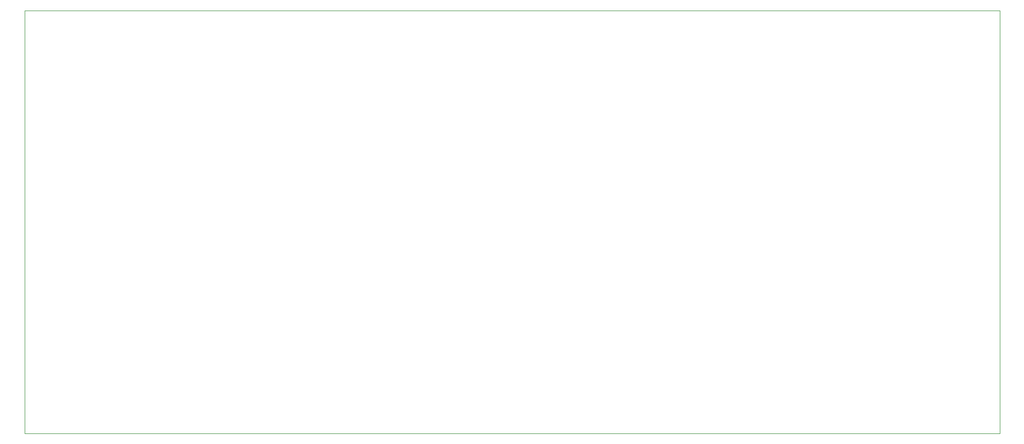
<source format=gbr>
%TF.GenerationSoftware,KiCad,Pcbnew,8.0.8*%
%TF.CreationDate,2025-03-31T23:20:11-04:00*%
%TF.ProjectId,rear_lights_unit,72656172-5f6c-4696-9768-74735f756e69,0*%
%TF.SameCoordinates,Original*%
%TF.FileFunction,Profile,NP*%
%FSLAX46Y46*%
G04 Gerber Fmt 4.6, Leading zero omitted, Abs format (unit mm)*
G04 Created by KiCad (PCBNEW 8.0.8) date 2025-03-31 23:20:11*
%MOMM*%
%LPD*%
G01*
G04 APERTURE LIST*
%TA.AperFunction,Profile*%
%ADD10C,0.050000*%
%TD*%
G04 APERTURE END LIST*
D10*
X52070000Y-50800000D02*
X215900000Y-50800000D01*
X215900000Y-121920000D01*
X52070000Y-121920000D01*
X52070000Y-50800000D01*
M02*

</source>
